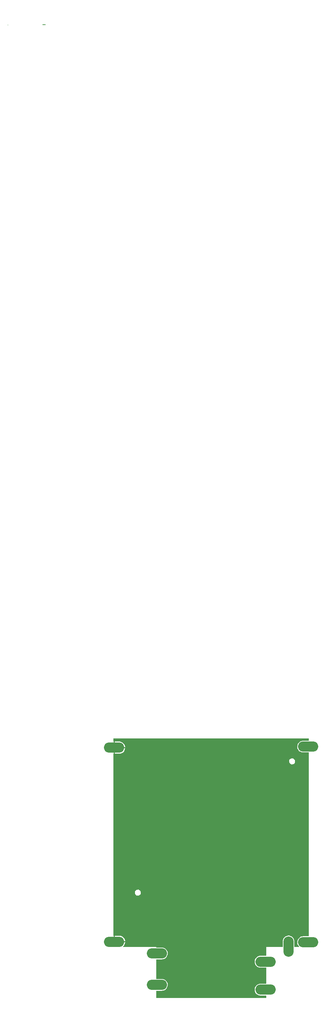
<source format=gtl>
G04 #@! TF.GenerationSoftware,KiCad,Pcbnew,(6.0.2)*
G04 #@! TF.CreationDate,2022-06-08T21:31:36-07:00*
G04 #@! TF.ProjectId,iflfu-bottom,69666c66-752d-4626-9f74-746f6d2e6b69,rev?*
G04 #@! TF.SameCoordinates,Original*
G04 #@! TF.FileFunction,Copper,L1,Top*
G04 #@! TF.FilePolarity,Positive*
%FSLAX46Y46*%
G04 Gerber Fmt 4.6, Leading zero omitted, Abs format (unit mm)*
G04 Created by KiCad (PCBNEW (6.0.2)) date 2022-06-08 21:31:36*
%MOMM*%
%LPD*%
G01*
G04 APERTURE LIST*
%ADD10C,0.015000*%
G04 #@! TA.AperFunction,NonConductor*
%ADD11C,0.015000*%
G04 #@! TD*
G04 #@! TA.AperFunction,CastellatedPad*
%ADD12O,5.080000X2.540000*%
G04 #@! TD*
G04 #@! TA.AperFunction,CastellatedPad*
%ADD13O,2.540000X5.080000*%
G04 #@! TD*
G04 #@! TA.AperFunction,ViaPad*
%ADD14C,0.800000*%
G04 #@! TD*
G04 APERTURE END LIST*
D10*
D11*
X127819248Y31958638D02*
X127783248Y31958638D01*
X127783248Y31895781D02*
X127783248Y32015781D01*
X127834676Y32015781D01*
X127875819Y32015781D02*
X127875819Y31918638D01*
X127880962Y31907209D01*
X127886105Y31901495D01*
X127896391Y31895781D01*
X127916962Y31895781D01*
X127927248Y31901495D01*
X127932391Y31907209D01*
X127937534Y31918638D01*
X127937534Y32015781D01*
X128050676Y31907209D02*
X128045534Y31901495D01*
X128030105Y31895781D01*
X128019819Y31895781D01*
X128004391Y31901495D01*
X127994105Y31912924D01*
X127988962Y31924352D01*
X127983819Y31947209D01*
X127983819Y31964352D01*
X127988962Y31987209D01*
X127994105Y31998638D01*
X128004391Y32010067D01*
X128019819Y32015781D01*
X128030105Y32015781D01*
X128045534Y32010067D01*
X128050676Y32004352D01*
X128096962Y31895781D02*
X128096962Y32015781D01*
X128158676Y31895781D02*
X128112391Y31964352D01*
X128158676Y32015781D02*
X128096962Y31947209D01*
X128204962Y31895781D02*
X128204962Y32015781D01*
X128256391Y31895781D02*
X128256391Y32015781D01*
X128318105Y31895781D01*
X128318105Y32015781D01*
X128426105Y32010067D02*
X128415819Y32015781D01*
X128400391Y32015781D01*
X128384962Y32010067D01*
X128374676Y31998638D01*
X128369534Y31987209D01*
X128364391Y31964352D01*
X128364391Y31947209D01*
X128369534Y31924352D01*
X128374676Y31912924D01*
X128384962Y31901495D01*
X128400391Y31895781D01*
X128410676Y31895781D01*
X128426105Y31901495D01*
X128431248Y31907209D01*
X128431248Y31947209D01*
X128410676Y31947209D01*
D10*
D11*
X119074316Y31833988D02*
X119074316Y31953988D01*
D12*
X145750000Y-149204717D03*
X183750000Y-202834717D03*
X183750000Y-209834717D03*
X156450000Y-200769717D03*
X145750000Y-197834717D03*
X194450000Y-197934717D03*
D13*
X189500000Y-199034717D03*
D12*
X194450000Y-148934717D03*
X156450000Y-208634717D03*
D14*
X147400000Y-197834717D03*
X158200000Y-200769717D03*
X158100000Y-208634717D03*
X182100000Y-209834717D03*
X182300000Y-202834717D03*
X189500000Y-197334717D03*
X192900000Y-197934717D03*
X147400000Y-149234717D03*
X192900000Y-148934717D03*
X168470000Y-203947217D03*
X178630000Y-207757217D03*
X165410000Y-181757217D03*
X170650000Y-156122217D03*
X170650000Y-152284717D03*
X170490000Y-177947217D03*
X163390000Y-207757217D03*
X180650000Y-181757217D03*
X163390000Y-203947217D03*
X160330000Y-177947217D03*
X175570000Y-177947217D03*
X175570000Y-181757217D03*
X170490000Y-181757217D03*
X173550000Y-203947217D03*
X178630000Y-203947217D03*
X165410000Y-177947217D03*
X173550000Y-207757217D03*
X168425000Y-207757217D03*
X180650000Y-177947217D03*
X160330000Y-181757217D03*
G04 #@! TA.AperFunction,Conductor*
G36*
X194596073Y-146938644D02*
G01*
X194599500Y-146946917D01*
X194599500Y-147452517D01*
X194596073Y-147460790D01*
X194587800Y-147464217D01*
X193118696Y-147464217D01*
X193118482Y-147464235D01*
X193118472Y-147464235D01*
X192959224Y-147477328D01*
X192939006Y-147478990D01*
X192704484Y-147537898D01*
X192676806Y-147549933D01*
X192483173Y-147634127D01*
X192483171Y-147634128D01*
X192482732Y-147634319D01*
X192279706Y-147765662D01*
X192100858Y-147928401D01*
X192100562Y-147928776D01*
X192100560Y-147928778D01*
X192043194Y-148001417D01*
X191950991Y-148118166D01*
X191834130Y-148329859D01*
X191753413Y-148557797D01*
X191711008Y-148795856D01*
X191708054Y-149037645D01*
X191744630Y-149276670D01*
X191819754Y-149506512D01*
X191931408Y-149720997D01*
X192076594Y-149914367D01*
X192251413Y-150081427D01*
X192451169Y-150217692D01*
X192451606Y-150217895D01*
X192451608Y-150217896D01*
X192670059Y-150319297D01*
X192670062Y-150319298D01*
X192670499Y-150319501D01*
X192670961Y-150319629D01*
X192670966Y-150319631D01*
X192883907Y-150378684D01*
X192903511Y-150384121D01*
X192903985Y-150384172D01*
X192903987Y-150384172D01*
X192958645Y-150390013D01*
X193100907Y-150405217D01*
X194587800Y-150405217D01*
X194596073Y-150408644D01*
X194599500Y-150416917D01*
X194599500Y-196452517D01*
X194596073Y-196460790D01*
X194587800Y-196464217D01*
X193118696Y-196464217D01*
X193118482Y-196464235D01*
X193118472Y-196464235D01*
X192959224Y-196477328D01*
X192939006Y-196478990D01*
X192704484Y-196537898D01*
X192677075Y-196549816D01*
X192483173Y-196634127D01*
X192483171Y-196634128D01*
X192482732Y-196634319D01*
X192279706Y-196765662D01*
X192100858Y-196928401D01*
X192100562Y-196928776D01*
X192100560Y-196928778D01*
X192043194Y-197001417D01*
X191950991Y-197118166D01*
X191950763Y-197118579D01*
X191950761Y-197118582D01*
X191849389Y-197302218D01*
X191834130Y-197329859D01*
X191833971Y-197330307D01*
X191833970Y-197330310D01*
X191777880Y-197488704D01*
X191753413Y-197557797D01*
X191753329Y-197558267D01*
X191753328Y-197558272D01*
X191726708Y-197707717D01*
X191711008Y-197795856D01*
X191708054Y-198037645D01*
X191744630Y-198276670D01*
X191819754Y-198506512D01*
X191931408Y-198720997D01*
X192076594Y-198914367D01*
X192251413Y-199081427D01*
X192288415Y-199106668D01*
X192297480Y-199112852D01*
X192302384Y-199120345D01*
X192300552Y-199129110D01*
X192293059Y-199134014D01*
X192290887Y-199134217D01*
X190982200Y-199134217D01*
X190973927Y-199130790D01*
X190970500Y-199122517D01*
X190970500Y-197703413D01*
X190969038Y-197685624D01*
X190955766Y-197524198D01*
X190955727Y-197523723D01*
X190896819Y-197289201D01*
X190835613Y-197148437D01*
X190800590Y-197067890D01*
X190800589Y-197067888D01*
X190800398Y-197067449D01*
X190669055Y-196864423D01*
X190506316Y-196685575D01*
X190475593Y-196661311D01*
X190334563Y-196549933D01*
X190316551Y-196535708D01*
X190316138Y-196535480D01*
X190316135Y-196535478D01*
X190105279Y-196419079D01*
X190105275Y-196419077D01*
X190104858Y-196418847D01*
X190104410Y-196418688D01*
X190104407Y-196418687D01*
X189877375Y-196338291D01*
X189877374Y-196338291D01*
X189876920Y-196338130D01*
X189876450Y-196338046D01*
X189876445Y-196338045D01*
X189639327Y-196295808D01*
X189638861Y-196295725D01*
X189638387Y-196295719D01*
X189638385Y-196295719D01*
X189509432Y-196294144D01*
X189397072Y-196292771D01*
X189158047Y-196329347D01*
X188928205Y-196404471D01*
X188713720Y-196516125D01*
X188520350Y-196661311D01*
X188520021Y-196661656D01*
X188520018Y-196661658D01*
X188485105Y-196698193D01*
X188353290Y-196836130D01*
X188217025Y-197035886D01*
X188115216Y-197255216D01*
X188115088Y-197255678D01*
X188115086Y-197255683D01*
X188085346Y-197362922D01*
X188050596Y-197488228D01*
X188029500Y-197685624D01*
X188029500Y-199122517D01*
X188026073Y-199130790D01*
X188017800Y-199134217D01*
X183900099Y-199134217D01*
X183900000Y-199134176D01*
X183899901Y-199134217D01*
X183899617Y-199134334D01*
X183899459Y-199134717D01*
X183899500Y-199134816D01*
X183899500Y-201352517D01*
X183896073Y-201360790D01*
X183887800Y-201364217D01*
X182418696Y-201364217D01*
X182418482Y-201364235D01*
X182418472Y-201364235D01*
X182259224Y-201377328D01*
X182239006Y-201378990D01*
X182004484Y-201437898D01*
X181976806Y-201449933D01*
X181783173Y-201534127D01*
X181783171Y-201534128D01*
X181782732Y-201534319D01*
X181579706Y-201665662D01*
X181400858Y-201828401D01*
X181400562Y-201828776D01*
X181400560Y-201828778D01*
X181343194Y-201901417D01*
X181250991Y-202018166D01*
X181250763Y-202018579D01*
X181250761Y-202018582D01*
X181136546Y-202225483D01*
X181134130Y-202229859D01*
X181053413Y-202457797D01*
X181011008Y-202695856D01*
X181008054Y-202937645D01*
X181044630Y-203176670D01*
X181119754Y-203406512D01*
X181231408Y-203620997D01*
X181376594Y-203814367D01*
X181551413Y-203981427D01*
X181751169Y-204117692D01*
X181751606Y-204117895D01*
X181751608Y-204117896D01*
X181970059Y-204219297D01*
X181970062Y-204219298D01*
X181970499Y-204219501D01*
X181970961Y-204219629D01*
X181970966Y-204219631D01*
X182183907Y-204278684D01*
X182203511Y-204284121D01*
X182203985Y-204284172D01*
X182203987Y-204284172D01*
X182258645Y-204290013D01*
X182400907Y-204305217D01*
X183887800Y-204305217D01*
X183896073Y-204308644D01*
X183899500Y-204316917D01*
X183899500Y-208352517D01*
X183896073Y-208360790D01*
X183887800Y-208364217D01*
X182418696Y-208364217D01*
X182418482Y-208364235D01*
X182418472Y-208364235D01*
X182259224Y-208377328D01*
X182239006Y-208378990D01*
X182004484Y-208437898D01*
X181976806Y-208449933D01*
X181783173Y-208534127D01*
X181783171Y-208534128D01*
X181782732Y-208534319D01*
X181579706Y-208665662D01*
X181400858Y-208828401D01*
X181400562Y-208828776D01*
X181400560Y-208828778D01*
X181343194Y-208901417D01*
X181250991Y-209018166D01*
X181134130Y-209229859D01*
X181133971Y-209230307D01*
X181133970Y-209230310D01*
X181055872Y-209450852D01*
X181053413Y-209457797D01*
X181053329Y-209458267D01*
X181053328Y-209458272D01*
X181020716Y-209641356D01*
X181011008Y-209695856D01*
X181011002Y-209696330D01*
X181011002Y-209696332D01*
X181009690Y-209803772D01*
X181008054Y-209937645D01*
X181044630Y-210176670D01*
X181119754Y-210406512D01*
X181231408Y-210620997D01*
X181376594Y-210814367D01*
X181551413Y-210981427D01*
X181751169Y-211117692D01*
X181751606Y-211117895D01*
X181751608Y-211117896D01*
X181970059Y-211219297D01*
X181970062Y-211219298D01*
X181970499Y-211219501D01*
X181970961Y-211219629D01*
X181970966Y-211219631D01*
X182183907Y-211278684D01*
X182203511Y-211284121D01*
X182203985Y-211284172D01*
X182203987Y-211284172D01*
X182258645Y-211290013D01*
X182400907Y-211305217D01*
X183887800Y-211305217D01*
X183896073Y-211308644D01*
X183899500Y-211316917D01*
X183899500Y-211922517D01*
X183896073Y-211930790D01*
X183887800Y-211934217D01*
X156312200Y-211934217D01*
X156303927Y-211930790D01*
X156300500Y-211922517D01*
X156300500Y-210116917D01*
X156303927Y-210108644D01*
X156312200Y-210105217D01*
X157781304Y-210105217D01*
X157781518Y-210105199D01*
X157781528Y-210105199D01*
X157940776Y-210092106D01*
X157960994Y-210090444D01*
X158195516Y-210031536D01*
X158328810Y-209973578D01*
X158416827Y-209935307D01*
X158416829Y-209935306D01*
X158417268Y-209935115D01*
X158620294Y-209803772D01*
X158799142Y-209641033D01*
X158820202Y-209614367D01*
X158856806Y-209568017D01*
X158949009Y-209451268D01*
X159065870Y-209239575D01*
X159133556Y-209048437D01*
X159146426Y-209012092D01*
X159146426Y-209012091D01*
X159146587Y-209011637D01*
X159179227Y-208828401D01*
X159188909Y-208774044D01*
X159188992Y-208773578D01*
X159190038Y-208688007D01*
X159191940Y-208532267D01*
X159191946Y-208531789D01*
X159155370Y-208292764D01*
X159080246Y-208062922D01*
X158968592Y-207848437D01*
X158823406Y-207655067D01*
X158648587Y-207488007D01*
X158448831Y-207351742D01*
X158448392Y-207351538D01*
X158229941Y-207250137D01*
X158229938Y-207250136D01*
X158229501Y-207249933D01*
X158229039Y-207249805D01*
X158229034Y-207249803D01*
X157996954Y-207185442D01*
X157996955Y-207185442D01*
X157996489Y-207185313D01*
X157996015Y-207185262D01*
X157996013Y-207185262D01*
X157937324Y-207178990D01*
X157799093Y-207164217D01*
X156312200Y-207164217D01*
X156303927Y-207160790D01*
X156300500Y-207152517D01*
X156300500Y-202251917D01*
X156303927Y-202243644D01*
X156312200Y-202240217D01*
X157781304Y-202240217D01*
X157781518Y-202240199D01*
X157781528Y-202240199D01*
X157940776Y-202227106D01*
X157960994Y-202225444D01*
X158195516Y-202166536D01*
X158306392Y-202118326D01*
X158416827Y-202070307D01*
X158416829Y-202070306D01*
X158417268Y-202070115D01*
X158620294Y-201938772D01*
X158799142Y-201776033D01*
X158800978Y-201773709D01*
X158886052Y-201665985D01*
X158949009Y-201586268D01*
X158965720Y-201555997D01*
X159065638Y-201374996D01*
X159065640Y-201374992D01*
X159065870Y-201374575D01*
X159146587Y-201146637D01*
X159166732Y-201033548D01*
X159188909Y-200909044D01*
X159188992Y-200908578D01*
X159191946Y-200666789D01*
X159155370Y-200427764D01*
X159080246Y-200197922D01*
X158968592Y-199983437D01*
X158823406Y-199790067D01*
X158648587Y-199623007D01*
X158448831Y-199486742D01*
X158448392Y-199486538D01*
X158229941Y-199385137D01*
X158229938Y-199385136D01*
X158229501Y-199384933D01*
X158229039Y-199384805D01*
X158229034Y-199384803D01*
X157996954Y-199320442D01*
X157996955Y-199320442D01*
X157996489Y-199320313D01*
X157996015Y-199320262D01*
X157996013Y-199320262D01*
X157937324Y-199313990D01*
X157799093Y-199299217D01*
X156312200Y-199299217D01*
X156303927Y-199295790D01*
X156300500Y-199287517D01*
X156300500Y-199134816D01*
X156300541Y-199134717D01*
X156300383Y-199134334D01*
X156300099Y-199134217D01*
X156300000Y-199134176D01*
X156299901Y-199134217D01*
X147856977Y-199134217D01*
X147848704Y-199130790D01*
X147845277Y-199122517D01*
X147848704Y-199114244D01*
X147850742Y-199112617D01*
X147935486Y-199059251D01*
X147936234Y-199058691D01*
X148119483Y-198897135D01*
X148120142Y-198896453D01*
X148275201Y-198707681D01*
X148275742Y-198706903D01*
X148398625Y-198495768D01*
X148399033Y-198494917D01*
X148486581Y-198266847D01*
X148486848Y-198265943D01*
X148536806Y-198026804D01*
X148536923Y-198025877D01*
X148539731Y-197964041D01*
X148539179Y-197962515D01*
X148537371Y-197961717D01*
X145634700Y-197961717D01*
X145626427Y-197958290D01*
X145623000Y-197950017D01*
X145623000Y-197705390D01*
X145877000Y-197705390D01*
X145877682Y-197707035D01*
X145879327Y-197707717D01*
X148537179Y-197707717D01*
X148538824Y-197707035D01*
X148539296Y-197705898D01*
X148519894Y-197538213D01*
X148519711Y-197537287D01*
X148453193Y-197302218D01*
X148452866Y-197301339D01*
X148349618Y-197079924D01*
X148349157Y-197079113D01*
X148211838Y-196877053D01*
X148211254Y-196876327D01*
X148043397Y-196698823D01*
X148042698Y-196698193D01*
X147848628Y-196549816D01*
X147847827Y-196549300D01*
X147632530Y-196433858D01*
X147631677Y-196433485D01*
X147400682Y-196353948D01*
X147399766Y-196353713D01*
X147158936Y-196312115D01*
X147158208Y-196312035D01*
X147129306Y-196310723D01*
X147129045Y-196310717D01*
X145879327Y-196310717D01*
X145877682Y-196311399D01*
X145877000Y-196313044D01*
X145877000Y-197705390D01*
X145623000Y-197705390D01*
X145623000Y-196313044D01*
X145622318Y-196311399D01*
X145620673Y-196310717D01*
X145612200Y-196310717D01*
X145603927Y-196307290D01*
X145600500Y-196299017D01*
X145600500Y-185575579D01*
X150945497Y-185575579D01*
X150975134Y-185748057D01*
X151043654Y-185909090D01*
X151147383Y-186050041D01*
X151280755Y-186163349D01*
X151436616Y-186242936D01*
X151437278Y-186243098D01*
X151606102Y-186284409D01*
X151606106Y-186284410D01*
X151606606Y-186284532D01*
X151609981Y-186284741D01*
X151617465Y-186285206D01*
X151617476Y-186285206D01*
X151617648Y-186285217D01*
X151743822Y-186285217D01*
X151744153Y-186285178D01*
X151744160Y-186285178D01*
X151820628Y-186276262D01*
X151873828Y-186270060D01*
X152038331Y-186210348D01*
X152184685Y-186114394D01*
X152305040Y-185987345D01*
X152392939Y-185836015D01*
X152443667Y-185668524D01*
X152449392Y-185576250D01*
X152454461Y-185494533D01*
X152454461Y-185494532D01*
X152454503Y-185493855D01*
X152424866Y-185321377D01*
X152356346Y-185160344D01*
X152252617Y-185019393D01*
X152119245Y-184906085D01*
X151963384Y-184826498D01*
X151962722Y-184826336D01*
X151793898Y-184785025D01*
X151793894Y-184785024D01*
X151793394Y-184784902D01*
X151790019Y-184784693D01*
X151782535Y-184784228D01*
X151782524Y-184784228D01*
X151782352Y-184784217D01*
X151656178Y-184784217D01*
X151655847Y-184784256D01*
X151655840Y-184784256D01*
X151579372Y-184793172D01*
X151526172Y-184799374D01*
X151361669Y-184859086D01*
X151215315Y-184955040D01*
X151094960Y-185082089D01*
X151007061Y-185233419D01*
X150956333Y-185400910D01*
X150956291Y-185401584D01*
X150956291Y-185401585D01*
X150950567Y-185493855D01*
X150945497Y-185575579D01*
X145600500Y-185575579D01*
X145600500Y-152675579D01*
X189645497Y-152675579D01*
X189675134Y-152848057D01*
X189743654Y-153009090D01*
X189847383Y-153150041D01*
X189980755Y-153263349D01*
X190136616Y-153342936D01*
X190137278Y-153343098D01*
X190306102Y-153384409D01*
X190306106Y-153384410D01*
X190306606Y-153384532D01*
X190309981Y-153384741D01*
X190317465Y-153385206D01*
X190317476Y-153385206D01*
X190317648Y-153385217D01*
X190443822Y-153385217D01*
X190444153Y-153385178D01*
X190444160Y-153385178D01*
X190520628Y-153376262D01*
X190573828Y-153370060D01*
X190738331Y-153310348D01*
X190884685Y-153214394D01*
X191005040Y-153087345D01*
X191092939Y-152936015D01*
X191143667Y-152768524D01*
X191149392Y-152676250D01*
X191154461Y-152594533D01*
X191154461Y-152594532D01*
X191154503Y-152593855D01*
X191124866Y-152421377D01*
X191056346Y-152260344D01*
X190952617Y-152119393D01*
X190819245Y-152006085D01*
X190663384Y-151926498D01*
X190662722Y-151926336D01*
X190493898Y-151885025D01*
X190493894Y-151885024D01*
X190493394Y-151884902D01*
X190490019Y-151884693D01*
X190482535Y-151884228D01*
X190482524Y-151884228D01*
X190482352Y-151884217D01*
X190356178Y-151884217D01*
X190355847Y-151884256D01*
X190355840Y-151884256D01*
X190279372Y-151893172D01*
X190226172Y-151899374D01*
X190061669Y-151959086D01*
X189915315Y-152055040D01*
X189794960Y-152182089D01*
X189707061Y-152333419D01*
X189656333Y-152500910D01*
X189656291Y-152501584D01*
X189656291Y-152501585D01*
X189650567Y-152593855D01*
X189645497Y-152675579D01*
X145600500Y-152675579D01*
X145600500Y-150740417D01*
X145603927Y-150732144D01*
X145612200Y-150728717D01*
X145620673Y-150728717D01*
X145622318Y-150728035D01*
X145623000Y-150726390D01*
X145877000Y-150726390D01*
X145877682Y-150728035D01*
X145879327Y-150728717D01*
X147081396Y-150728717D01*
X147081853Y-150728698D01*
X147263974Y-150714045D01*
X147264917Y-150713893D01*
X147502151Y-150655623D01*
X147503050Y-150655324D01*
X147727927Y-150559869D01*
X147728761Y-150559433D01*
X147935486Y-150429251D01*
X147936234Y-150428691D01*
X148119483Y-150267135D01*
X148120142Y-150266453D01*
X148275201Y-150077681D01*
X148275742Y-150076903D01*
X148398625Y-149865768D01*
X148399033Y-149864917D01*
X148486581Y-149636847D01*
X148486848Y-149635943D01*
X148536806Y-149396804D01*
X148536923Y-149395877D01*
X148539731Y-149334041D01*
X148539179Y-149332515D01*
X148537371Y-149331717D01*
X145879327Y-149331717D01*
X145877682Y-149332399D01*
X145877000Y-149334044D01*
X145877000Y-150726390D01*
X145623000Y-150726390D01*
X145623000Y-149075390D01*
X145877000Y-149075390D01*
X145877682Y-149077035D01*
X145879327Y-149077717D01*
X148537179Y-149077717D01*
X148538824Y-149077035D01*
X148539296Y-149075898D01*
X148519894Y-148908213D01*
X148519711Y-148907287D01*
X148453193Y-148672218D01*
X148452866Y-148671339D01*
X148349618Y-148449924D01*
X148349157Y-148449113D01*
X148211838Y-148247053D01*
X148211254Y-148246327D01*
X148043397Y-148068823D01*
X148042698Y-148068193D01*
X147848628Y-147919816D01*
X147847827Y-147919300D01*
X147632530Y-147803858D01*
X147631677Y-147803485D01*
X147400682Y-147723948D01*
X147399766Y-147723713D01*
X147158936Y-147682115D01*
X147158208Y-147682035D01*
X147129306Y-147680723D01*
X147129045Y-147680717D01*
X145879327Y-147680717D01*
X145877682Y-147681399D01*
X145877000Y-147683044D01*
X145877000Y-149075390D01*
X145623000Y-149075390D01*
X145623000Y-147683044D01*
X145622318Y-147681399D01*
X145620673Y-147680717D01*
X145612200Y-147680717D01*
X145603927Y-147677290D01*
X145600500Y-147669017D01*
X145600500Y-146946917D01*
X145603927Y-146938644D01*
X145612200Y-146935217D01*
X194587800Y-146935217D01*
X194596073Y-146938644D01*
G37*
G04 #@! TD.AperFunction*
M02*

</source>
